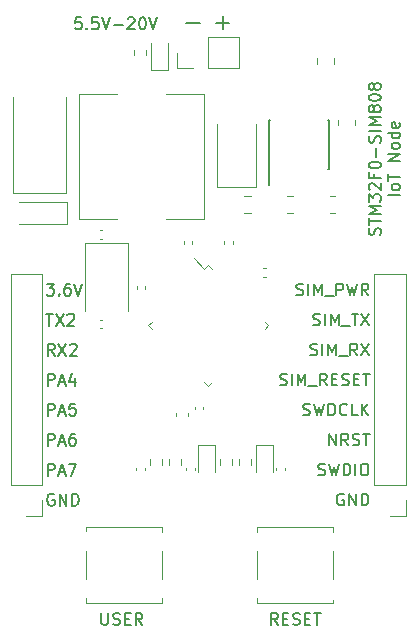
<source format=gbr>
%TF.GenerationSoftware,KiCad,Pcbnew,(6.0.8)*%
%TF.CreationDate,2022-12-02T21:09:01+01:00*%
%TF.ProjectId,mcudev,6d637564-6576-42e6-9b69-6361645f7063,rev?*%
%TF.SameCoordinates,Original*%
%TF.FileFunction,Legend,Top*%
%TF.FilePolarity,Positive*%
%FSLAX46Y46*%
G04 Gerber Fmt 4.6, Leading zero omitted, Abs format (unit mm)*
G04 Created by KiCad (PCBNEW (6.0.8)) date 2022-12-02 21:09:01*
%MOMM*%
%LPD*%
G01*
G04 APERTURE LIST*
%ADD10C,0.150000*%
%ADD11C,0.200000*%
%ADD12C,0.120000*%
G04 APERTURE END LIST*
D10*
X126914286Y-88132380D02*
X126914286Y-87132380D01*
X127295238Y-87132380D01*
X127390476Y-87180000D01*
X127438095Y-87227619D01*
X127485714Y-87322857D01*
X127485714Y-87465714D01*
X127438095Y-87560952D01*
X127390476Y-87608571D01*
X127295238Y-87656190D01*
X126914286Y-87656190D01*
X127866667Y-87846666D02*
X128342857Y-87846666D01*
X127771429Y-88132380D02*
X128104762Y-87132380D01*
X128438095Y-88132380D01*
X129247619Y-87132380D02*
X128771429Y-87132380D01*
X128723810Y-87608571D01*
X128771429Y-87560952D01*
X128866667Y-87513333D01*
X129104762Y-87513333D01*
X129200000Y-87560952D01*
X129247619Y-87608571D01*
X129295238Y-87703809D01*
X129295238Y-87941904D01*
X129247619Y-88037142D01*
X129200000Y-88084761D01*
X129104762Y-88132380D01*
X128866667Y-88132380D01*
X128771429Y-88084761D01*
X128723810Y-88037142D01*
D11*
X138626464Y-54867142D02*
X139769321Y-54867142D01*
D10*
X126914286Y-93212380D02*
X126914286Y-92212380D01*
X127295238Y-92212380D01*
X127390476Y-92260000D01*
X127438095Y-92307619D01*
X127485714Y-92402857D01*
X127485714Y-92545714D01*
X127438095Y-92640952D01*
X127390476Y-92688571D01*
X127295238Y-92736190D01*
X126914286Y-92736190D01*
X127866667Y-92926666D02*
X128342857Y-92926666D01*
X127771429Y-93212380D02*
X128104762Y-92212380D01*
X128438095Y-93212380D01*
X128676191Y-92212380D02*
X129342857Y-92212380D01*
X128914286Y-93212380D01*
X127438095Y-94800000D02*
X127342857Y-94752380D01*
X127200000Y-94752380D01*
X127057142Y-94800000D01*
X126961904Y-94895238D01*
X126914285Y-94990476D01*
X126866666Y-95180952D01*
X126866666Y-95323809D01*
X126914285Y-95514285D01*
X126961904Y-95609523D01*
X127057142Y-95704761D01*
X127200000Y-95752380D01*
X127295238Y-95752380D01*
X127438095Y-95704761D01*
X127485714Y-95657142D01*
X127485714Y-95323809D01*
X127295238Y-95323809D01*
X127914285Y-95752380D02*
X127914285Y-94752380D01*
X128485714Y-95752380D01*
X128485714Y-94752380D01*
X128961904Y-95752380D02*
X128961904Y-94752380D01*
X129200000Y-94752380D01*
X129342857Y-94800000D01*
X129438095Y-94895238D01*
X129485714Y-94990476D01*
X129533333Y-95180952D01*
X129533333Y-95323809D01*
X129485714Y-95514285D01*
X129438095Y-95609523D01*
X129342857Y-95704761D01*
X129200000Y-95752380D01*
X128961904Y-95752380D01*
X155049761Y-72828571D02*
X155097380Y-72685714D01*
X155097380Y-72447619D01*
X155049761Y-72352380D01*
X155002142Y-72304761D01*
X154906904Y-72257142D01*
X154811666Y-72257142D01*
X154716428Y-72304761D01*
X154668809Y-72352380D01*
X154621190Y-72447619D01*
X154573571Y-72638095D01*
X154525952Y-72733333D01*
X154478333Y-72780952D01*
X154383095Y-72828571D01*
X154287857Y-72828571D01*
X154192619Y-72780952D01*
X154145000Y-72733333D01*
X154097380Y-72638095D01*
X154097380Y-72400000D01*
X154145000Y-72257142D01*
X154097380Y-71971428D02*
X154097380Y-71400000D01*
X155097380Y-71685714D02*
X154097380Y-71685714D01*
X155097380Y-71066666D02*
X154097380Y-71066666D01*
X154811666Y-70733333D01*
X154097380Y-70400000D01*
X155097380Y-70400000D01*
X154097380Y-70019047D02*
X154097380Y-69400000D01*
X154478333Y-69733333D01*
X154478333Y-69590476D01*
X154525952Y-69495238D01*
X154573571Y-69447619D01*
X154668809Y-69400000D01*
X154906904Y-69400000D01*
X155002142Y-69447619D01*
X155049761Y-69495238D01*
X155097380Y-69590476D01*
X155097380Y-69876190D01*
X155049761Y-69971428D01*
X155002142Y-70019047D01*
X154192619Y-69019047D02*
X154145000Y-68971428D01*
X154097380Y-68876190D01*
X154097380Y-68638095D01*
X154145000Y-68542857D01*
X154192619Y-68495238D01*
X154287857Y-68447619D01*
X154383095Y-68447619D01*
X154525952Y-68495238D01*
X155097380Y-69066666D01*
X155097380Y-68447619D01*
X154573571Y-67685714D02*
X154573571Y-68019047D01*
X155097380Y-68019047D02*
X154097380Y-68019047D01*
X154097380Y-67542857D01*
X154097380Y-66971428D02*
X154097380Y-66876190D01*
X154145000Y-66780952D01*
X154192619Y-66733333D01*
X154287857Y-66685714D01*
X154478333Y-66638095D01*
X154716428Y-66638095D01*
X154906904Y-66685714D01*
X155002142Y-66733333D01*
X155049761Y-66780952D01*
X155097380Y-66876190D01*
X155097380Y-66971428D01*
X155049761Y-67066666D01*
X155002142Y-67114285D01*
X154906904Y-67161904D01*
X154716428Y-67209523D01*
X154478333Y-67209523D01*
X154287857Y-67161904D01*
X154192619Y-67114285D01*
X154145000Y-67066666D01*
X154097380Y-66971428D01*
X154716428Y-66209523D02*
X154716428Y-65447619D01*
X155049761Y-65019047D02*
X155097380Y-64876190D01*
X155097380Y-64638095D01*
X155049761Y-64542857D01*
X155002142Y-64495238D01*
X154906904Y-64447619D01*
X154811666Y-64447619D01*
X154716428Y-64495238D01*
X154668809Y-64542857D01*
X154621190Y-64638095D01*
X154573571Y-64828571D01*
X154525952Y-64923809D01*
X154478333Y-64971428D01*
X154383095Y-65019047D01*
X154287857Y-65019047D01*
X154192619Y-64971428D01*
X154145000Y-64923809D01*
X154097380Y-64828571D01*
X154097380Y-64590476D01*
X154145000Y-64447619D01*
X155097380Y-64019047D02*
X154097380Y-64019047D01*
X155097380Y-63542857D02*
X154097380Y-63542857D01*
X154811666Y-63209523D01*
X154097380Y-62876190D01*
X155097380Y-62876190D01*
X154525952Y-62257142D02*
X154478333Y-62352380D01*
X154430714Y-62400000D01*
X154335476Y-62447619D01*
X154287857Y-62447619D01*
X154192619Y-62400000D01*
X154145000Y-62352380D01*
X154097380Y-62257142D01*
X154097380Y-62066666D01*
X154145000Y-61971428D01*
X154192619Y-61923809D01*
X154287857Y-61876190D01*
X154335476Y-61876190D01*
X154430714Y-61923809D01*
X154478333Y-61971428D01*
X154525952Y-62066666D01*
X154525952Y-62257142D01*
X154573571Y-62352380D01*
X154621190Y-62400000D01*
X154716428Y-62447619D01*
X154906904Y-62447619D01*
X155002142Y-62400000D01*
X155049761Y-62352380D01*
X155097380Y-62257142D01*
X155097380Y-62066666D01*
X155049761Y-61971428D01*
X155002142Y-61923809D01*
X154906904Y-61876190D01*
X154716428Y-61876190D01*
X154621190Y-61923809D01*
X154573571Y-61971428D01*
X154525952Y-62066666D01*
X154097380Y-61257142D02*
X154097380Y-61161904D01*
X154145000Y-61066666D01*
X154192619Y-61019047D01*
X154287857Y-60971428D01*
X154478333Y-60923809D01*
X154716428Y-60923809D01*
X154906904Y-60971428D01*
X155002142Y-61019047D01*
X155049761Y-61066666D01*
X155097380Y-61161904D01*
X155097380Y-61257142D01*
X155049761Y-61352380D01*
X155002142Y-61400000D01*
X154906904Y-61447619D01*
X154716428Y-61495238D01*
X154478333Y-61495238D01*
X154287857Y-61447619D01*
X154192619Y-61400000D01*
X154145000Y-61352380D01*
X154097380Y-61257142D01*
X154525952Y-60352380D02*
X154478333Y-60447619D01*
X154430714Y-60495238D01*
X154335476Y-60542857D01*
X154287857Y-60542857D01*
X154192619Y-60495238D01*
X154145000Y-60447619D01*
X154097380Y-60352380D01*
X154097380Y-60161904D01*
X154145000Y-60066666D01*
X154192619Y-60019047D01*
X154287857Y-59971428D01*
X154335476Y-59971428D01*
X154430714Y-60019047D01*
X154478333Y-60066666D01*
X154525952Y-60161904D01*
X154525952Y-60352380D01*
X154573571Y-60447619D01*
X154621190Y-60495238D01*
X154716428Y-60542857D01*
X154906904Y-60542857D01*
X155002142Y-60495238D01*
X155049761Y-60447619D01*
X155097380Y-60352380D01*
X155097380Y-60161904D01*
X155049761Y-60066666D01*
X155002142Y-60019047D01*
X154906904Y-59971428D01*
X154716428Y-59971428D01*
X154621190Y-60019047D01*
X154573571Y-60066666D01*
X154525952Y-60161904D01*
X156707380Y-69471428D02*
X155707380Y-69471428D01*
X156707380Y-68852380D02*
X156659761Y-68947619D01*
X156612142Y-68995238D01*
X156516904Y-69042857D01*
X156231190Y-69042857D01*
X156135952Y-68995238D01*
X156088333Y-68947619D01*
X156040714Y-68852380D01*
X156040714Y-68709523D01*
X156088333Y-68614285D01*
X156135952Y-68566666D01*
X156231190Y-68519047D01*
X156516904Y-68519047D01*
X156612142Y-68566666D01*
X156659761Y-68614285D01*
X156707380Y-68709523D01*
X156707380Y-68852380D01*
X155707380Y-68233333D02*
X155707380Y-67661904D01*
X156707380Y-67947619D02*
X155707380Y-67947619D01*
X156707380Y-66566666D02*
X155707380Y-66566666D01*
X156707380Y-65995238D01*
X155707380Y-65995238D01*
X156707380Y-65376190D02*
X156659761Y-65471428D01*
X156612142Y-65519047D01*
X156516904Y-65566666D01*
X156231190Y-65566666D01*
X156135952Y-65519047D01*
X156088333Y-65471428D01*
X156040714Y-65376190D01*
X156040714Y-65233333D01*
X156088333Y-65138095D01*
X156135952Y-65090476D01*
X156231190Y-65042857D01*
X156516904Y-65042857D01*
X156612142Y-65090476D01*
X156659761Y-65138095D01*
X156707380Y-65233333D01*
X156707380Y-65376190D01*
X156707380Y-64185714D02*
X155707380Y-64185714D01*
X156659761Y-64185714D02*
X156707380Y-64280952D01*
X156707380Y-64471428D01*
X156659761Y-64566666D01*
X156612142Y-64614285D01*
X156516904Y-64661904D01*
X156231190Y-64661904D01*
X156135952Y-64614285D01*
X156088333Y-64566666D01*
X156040714Y-64471428D01*
X156040714Y-64280952D01*
X156088333Y-64185714D01*
X156659761Y-63328571D02*
X156707380Y-63423809D01*
X156707380Y-63614285D01*
X156659761Y-63709523D01*
X156564523Y-63757142D01*
X156183571Y-63757142D01*
X156088333Y-63709523D01*
X156040714Y-63614285D01*
X156040714Y-63423809D01*
X156088333Y-63328571D01*
X156183571Y-63280952D01*
X156278809Y-63280952D01*
X156374047Y-63757142D01*
X147965238Y-77904761D02*
X148108096Y-77952380D01*
X148346191Y-77952380D01*
X148441429Y-77904761D01*
X148489048Y-77857142D01*
X148536667Y-77761904D01*
X148536667Y-77666666D01*
X148489048Y-77571428D01*
X148441429Y-77523809D01*
X148346191Y-77476190D01*
X148155715Y-77428571D01*
X148060477Y-77380952D01*
X148012858Y-77333333D01*
X147965238Y-77238095D01*
X147965238Y-77142857D01*
X148012858Y-77047619D01*
X148060477Y-77000000D01*
X148155715Y-76952380D01*
X148393810Y-76952380D01*
X148536667Y-77000000D01*
X148965238Y-77952380D02*
X148965238Y-76952380D01*
X149441429Y-77952380D02*
X149441429Y-76952380D01*
X149774762Y-77666666D01*
X150108096Y-76952380D01*
X150108096Y-77952380D01*
X150346191Y-78047619D02*
X151108096Y-78047619D01*
X151346191Y-77952380D02*
X151346191Y-76952380D01*
X151727143Y-76952380D01*
X151822381Y-77000000D01*
X151870000Y-77047619D01*
X151917619Y-77142857D01*
X151917619Y-77285714D01*
X151870000Y-77380952D01*
X151822381Y-77428571D01*
X151727143Y-77476190D01*
X151346191Y-77476190D01*
X152250953Y-76952380D02*
X152489048Y-77952380D01*
X152679524Y-77238095D01*
X152870000Y-77952380D01*
X153108096Y-76952380D01*
X154060477Y-77952380D02*
X153727143Y-77476190D01*
X153489048Y-77952380D02*
X153489048Y-76952380D01*
X153870000Y-76952380D01*
X153965238Y-77000000D01*
X154012858Y-77047619D01*
X154060477Y-77142857D01*
X154060477Y-77285714D01*
X154012858Y-77380952D01*
X153965238Y-77428571D01*
X153870000Y-77476190D01*
X153489048Y-77476190D01*
X146584285Y-85524761D02*
X146727142Y-85572380D01*
X146965238Y-85572380D01*
X147060476Y-85524761D01*
X147108095Y-85477142D01*
X147155714Y-85381904D01*
X147155714Y-85286666D01*
X147108095Y-85191428D01*
X147060476Y-85143809D01*
X146965238Y-85096190D01*
X146774761Y-85048571D01*
X146679523Y-85000952D01*
X146631904Y-84953333D01*
X146584285Y-84858095D01*
X146584285Y-84762857D01*
X146631904Y-84667619D01*
X146679523Y-84620000D01*
X146774761Y-84572380D01*
X147012857Y-84572380D01*
X147155714Y-84620000D01*
X147584285Y-85572380D02*
X147584285Y-84572380D01*
X148060476Y-85572380D02*
X148060476Y-84572380D01*
X148393809Y-85286666D01*
X148727142Y-84572380D01*
X148727142Y-85572380D01*
X148965238Y-85667619D02*
X149727142Y-85667619D01*
X150536666Y-85572380D02*
X150203333Y-85096190D01*
X149965238Y-85572380D02*
X149965238Y-84572380D01*
X150346190Y-84572380D01*
X150441428Y-84620000D01*
X150489047Y-84667619D01*
X150536666Y-84762857D01*
X150536666Y-84905714D01*
X150489047Y-85000952D01*
X150441428Y-85048571D01*
X150346190Y-85096190D01*
X149965238Y-85096190D01*
X150965238Y-85048571D02*
X151298571Y-85048571D01*
X151441428Y-85572380D02*
X150965238Y-85572380D01*
X150965238Y-84572380D01*
X151441428Y-84572380D01*
X151822381Y-85524761D02*
X151965238Y-85572380D01*
X152203333Y-85572380D01*
X152298571Y-85524761D01*
X152346190Y-85477142D01*
X152393809Y-85381904D01*
X152393809Y-85286666D01*
X152346190Y-85191428D01*
X152298571Y-85143809D01*
X152203333Y-85096190D01*
X152012857Y-85048571D01*
X151917619Y-85000952D01*
X151870000Y-84953333D01*
X151822381Y-84858095D01*
X151822381Y-84762857D01*
X151870000Y-84667619D01*
X151917619Y-84620000D01*
X152012857Y-84572380D01*
X152250952Y-84572380D01*
X152393809Y-84620000D01*
X152822381Y-85048571D02*
X153155714Y-85048571D01*
X153298571Y-85572380D02*
X152822381Y-85572380D01*
X152822381Y-84572380D01*
X153298571Y-84572380D01*
X153584285Y-84572380D02*
X154155714Y-84572380D01*
X153870000Y-85572380D02*
X153870000Y-84572380D01*
X149393809Y-80444761D02*
X149536666Y-80492380D01*
X149774762Y-80492380D01*
X149870000Y-80444761D01*
X149917619Y-80397142D01*
X149965238Y-80301904D01*
X149965238Y-80206666D01*
X149917619Y-80111428D01*
X149870000Y-80063809D01*
X149774762Y-80016190D01*
X149584285Y-79968571D01*
X149489047Y-79920952D01*
X149441428Y-79873333D01*
X149393809Y-79778095D01*
X149393809Y-79682857D01*
X149441428Y-79587619D01*
X149489047Y-79540000D01*
X149584285Y-79492380D01*
X149822381Y-79492380D01*
X149965238Y-79540000D01*
X150393809Y-80492380D02*
X150393809Y-79492380D01*
X150870000Y-80492380D02*
X150870000Y-79492380D01*
X151203333Y-80206666D01*
X151536666Y-79492380D01*
X151536666Y-80492380D01*
X151774762Y-80587619D02*
X152536666Y-80587619D01*
X152631904Y-79492380D02*
X153203333Y-79492380D01*
X152917619Y-80492380D02*
X152917619Y-79492380D01*
X153441428Y-79492380D02*
X154108095Y-80492380D01*
X154108095Y-79492380D02*
X153441428Y-80492380D01*
X149155715Y-82984761D02*
X149298572Y-83032380D01*
X149536667Y-83032380D01*
X149631905Y-82984761D01*
X149679524Y-82937142D01*
X149727143Y-82841904D01*
X149727143Y-82746666D01*
X149679524Y-82651428D01*
X149631905Y-82603809D01*
X149536667Y-82556190D01*
X149346191Y-82508571D01*
X149250953Y-82460952D01*
X149203334Y-82413333D01*
X149155715Y-82318095D01*
X149155715Y-82222857D01*
X149203334Y-82127619D01*
X149250953Y-82080000D01*
X149346191Y-82032380D01*
X149584286Y-82032380D01*
X149727143Y-82080000D01*
X150155715Y-83032380D02*
X150155715Y-82032380D01*
X150631905Y-83032380D02*
X150631905Y-82032380D01*
X150965238Y-82746666D01*
X151298572Y-82032380D01*
X151298572Y-83032380D01*
X151536667Y-83127619D02*
X152298572Y-83127619D01*
X153108096Y-83032380D02*
X152774762Y-82556190D01*
X152536667Y-83032380D02*
X152536667Y-82032380D01*
X152917619Y-82032380D01*
X153012857Y-82080000D01*
X153060476Y-82127619D01*
X153108096Y-82222857D01*
X153108096Y-82365714D01*
X153060476Y-82460952D01*
X153012857Y-82508571D01*
X152917619Y-82556190D01*
X152536667Y-82556190D01*
X153441429Y-82032380D02*
X154108096Y-83032380D01*
X154108096Y-82032380D02*
X153441429Y-83032380D01*
X131444047Y-104852380D02*
X131444047Y-105661904D01*
X131491666Y-105757142D01*
X131539285Y-105804761D01*
X131634523Y-105852380D01*
X131824999Y-105852380D01*
X131920237Y-105804761D01*
X131967856Y-105757142D01*
X132015475Y-105661904D01*
X132015475Y-104852380D01*
X132444047Y-105804761D02*
X132586904Y-105852380D01*
X132824999Y-105852380D01*
X132920237Y-105804761D01*
X132967856Y-105757142D01*
X133015475Y-105661904D01*
X133015475Y-105566666D01*
X132967856Y-105471428D01*
X132920237Y-105423809D01*
X132824999Y-105376190D01*
X132634523Y-105328571D01*
X132539285Y-105280952D01*
X132491666Y-105233333D01*
X132444047Y-105138095D01*
X132444047Y-105042857D01*
X132491666Y-104947619D01*
X132539285Y-104900000D01*
X132634523Y-104852380D01*
X132872618Y-104852380D01*
X133015475Y-104900000D01*
X133444047Y-105328571D02*
X133777380Y-105328571D01*
X133920237Y-105852380D02*
X133444047Y-105852380D01*
X133444047Y-104852380D01*
X133920237Y-104852380D01*
X134920237Y-105852380D02*
X134586904Y-105376190D01*
X134348809Y-105852380D02*
X134348809Y-104852380D01*
X134729761Y-104852380D01*
X134824999Y-104900000D01*
X134872618Y-104947619D01*
X134920237Y-105042857D01*
X134920237Y-105185714D01*
X134872618Y-105280952D01*
X134824999Y-105328571D01*
X134729761Y-105376190D01*
X134348809Y-105376190D01*
X129745238Y-54422380D02*
X129269047Y-54422380D01*
X129221428Y-54898571D01*
X129269047Y-54850952D01*
X129364285Y-54803333D01*
X129602380Y-54803333D01*
X129697619Y-54850952D01*
X129745238Y-54898571D01*
X129792857Y-54993809D01*
X129792857Y-55231904D01*
X129745238Y-55327142D01*
X129697619Y-55374761D01*
X129602380Y-55422380D01*
X129364285Y-55422380D01*
X129269047Y-55374761D01*
X129221428Y-55327142D01*
X130221428Y-55327142D02*
X130269047Y-55374761D01*
X130221428Y-55422380D01*
X130173809Y-55374761D01*
X130221428Y-55327142D01*
X130221428Y-55422380D01*
X131173809Y-54422380D02*
X130697619Y-54422380D01*
X130650000Y-54898571D01*
X130697619Y-54850952D01*
X130792857Y-54803333D01*
X131030952Y-54803333D01*
X131126190Y-54850952D01*
X131173809Y-54898571D01*
X131221428Y-54993809D01*
X131221428Y-55231904D01*
X131173809Y-55327142D01*
X131126190Y-55374761D01*
X131030952Y-55422380D01*
X130792857Y-55422380D01*
X130697619Y-55374761D01*
X130650000Y-55327142D01*
X131507142Y-54422380D02*
X131840476Y-55422380D01*
X132173809Y-54422380D01*
X132507142Y-55041428D02*
X133269047Y-55041428D01*
X133697619Y-54517619D02*
X133745238Y-54470000D01*
X133840476Y-54422380D01*
X134078571Y-54422380D01*
X134173809Y-54470000D01*
X134221428Y-54517619D01*
X134269047Y-54612857D01*
X134269047Y-54708095D01*
X134221428Y-54850952D01*
X133650000Y-55422380D01*
X134269047Y-55422380D01*
X134888095Y-54422380D02*
X134983333Y-54422380D01*
X135078571Y-54470000D01*
X135126190Y-54517619D01*
X135173809Y-54612857D01*
X135221428Y-54803333D01*
X135221428Y-55041428D01*
X135173809Y-55231904D01*
X135126190Y-55327142D01*
X135078571Y-55374761D01*
X134983333Y-55422380D01*
X134888095Y-55422380D01*
X134792857Y-55374761D01*
X134745238Y-55327142D01*
X134697619Y-55231904D01*
X134650000Y-55041428D01*
X134650000Y-54803333D01*
X134697619Y-54612857D01*
X134745238Y-54517619D01*
X134792857Y-54470000D01*
X134888095Y-54422380D01*
X135507142Y-54422380D02*
X135840476Y-55422380D01*
X136173809Y-54422380D01*
X151965238Y-94780000D02*
X151870000Y-94732380D01*
X151727143Y-94732380D01*
X151584285Y-94780000D01*
X151489047Y-94875238D01*
X151441428Y-94970476D01*
X151393809Y-95160952D01*
X151393809Y-95303809D01*
X151441428Y-95494285D01*
X151489047Y-95589523D01*
X151584285Y-95684761D01*
X151727143Y-95732380D01*
X151822381Y-95732380D01*
X151965238Y-95684761D01*
X152012857Y-95637142D01*
X152012857Y-95303809D01*
X151822381Y-95303809D01*
X152441428Y-95732380D02*
X152441428Y-94732380D01*
X153012857Y-95732380D01*
X153012857Y-94732380D01*
X153489047Y-95732380D02*
X153489047Y-94732380D01*
X153727143Y-94732380D01*
X153870000Y-94780000D01*
X153965238Y-94875238D01*
X154012857Y-94970476D01*
X154060476Y-95160952D01*
X154060476Y-95303809D01*
X154012857Y-95494285D01*
X153965238Y-95589523D01*
X153870000Y-95684761D01*
X153727143Y-95732380D01*
X153489047Y-95732380D01*
X149822381Y-93144761D02*
X149965238Y-93192380D01*
X150203333Y-93192380D01*
X150298571Y-93144761D01*
X150346190Y-93097142D01*
X150393809Y-93001904D01*
X150393809Y-92906666D01*
X150346190Y-92811428D01*
X150298571Y-92763809D01*
X150203333Y-92716190D01*
X150012857Y-92668571D01*
X149917619Y-92620952D01*
X149870000Y-92573333D01*
X149822381Y-92478095D01*
X149822381Y-92382857D01*
X149870000Y-92287619D01*
X149917619Y-92240000D01*
X150012857Y-92192380D01*
X150250952Y-92192380D01*
X150393809Y-92240000D01*
X150727143Y-92192380D02*
X150965238Y-93192380D01*
X151155714Y-92478095D01*
X151346190Y-93192380D01*
X151584286Y-92192380D01*
X151965238Y-93192380D02*
X151965238Y-92192380D01*
X152203333Y-92192380D01*
X152346190Y-92240000D01*
X152441429Y-92335238D01*
X152489048Y-92430476D01*
X152536667Y-92620952D01*
X152536667Y-92763809D01*
X152489048Y-92954285D01*
X152441429Y-93049523D01*
X152346190Y-93144761D01*
X152203333Y-93192380D01*
X151965238Y-93192380D01*
X152965238Y-93192380D02*
X152965238Y-92192380D01*
X153631905Y-92192380D02*
X153822381Y-92192380D01*
X153917619Y-92240000D01*
X154012857Y-92335238D01*
X154060476Y-92525714D01*
X154060476Y-92859047D01*
X154012857Y-93049523D01*
X153917619Y-93144761D01*
X153822381Y-93192380D01*
X153631905Y-93192380D01*
X153536667Y-93144761D01*
X153441429Y-93049523D01*
X153393809Y-92859047D01*
X153393809Y-92525714D01*
X153441429Y-92335238D01*
X153536667Y-92240000D01*
X153631905Y-92192380D01*
X127485714Y-83052380D02*
X127152381Y-82576190D01*
X126914286Y-83052380D02*
X126914286Y-82052380D01*
X127295238Y-82052380D01*
X127390476Y-82100000D01*
X127438095Y-82147619D01*
X127485714Y-82242857D01*
X127485714Y-82385714D01*
X127438095Y-82480952D01*
X127390476Y-82528571D01*
X127295238Y-82576190D01*
X126914286Y-82576190D01*
X127819048Y-82052380D02*
X128485714Y-83052380D01*
X128485714Y-82052380D02*
X127819048Y-83052380D01*
X128819048Y-82147619D02*
X128866667Y-82100000D01*
X128961905Y-82052380D01*
X129200000Y-82052380D01*
X129295238Y-82100000D01*
X129342857Y-82147619D01*
X129390476Y-82242857D01*
X129390476Y-82338095D01*
X129342857Y-82480952D01*
X128771429Y-83052380D01*
X129390476Y-83052380D01*
X146389285Y-105852380D02*
X146055951Y-105376190D01*
X145817856Y-105852380D02*
X145817856Y-104852380D01*
X146198808Y-104852380D01*
X146294046Y-104900000D01*
X146341666Y-104947619D01*
X146389285Y-105042857D01*
X146389285Y-105185714D01*
X146341666Y-105280952D01*
X146294046Y-105328571D01*
X146198808Y-105376190D01*
X145817856Y-105376190D01*
X146817856Y-105328571D02*
X147151189Y-105328571D01*
X147294046Y-105852380D02*
X146817856Y-105852380D01*
X146817856Y-104852380D01*
X147294046Y-104852380D01*
X147674999Y-105804761D02*
X147817856Y-105852380D01*
X148055951Y-105852380D01*
X148151189Y-105804761D01*
X148198808Y-105757142D01*
X148246427Y-105661904D01*
X148246427Y-105566666D01*
X148198808Y-105471428D01*
X148151189Y-105423809D01*
X148055951Y-105376190D01*
X147865475Y-105328571D01*
X147770237Y-105280952D01*
X147722618Y-105233333D01*
X147674999Y-105138095D01*
X147674999Y-105042857D01*
X147722618Y-104947619D01*
X147770237Y-104900000D01*
X147865475Y-104852380D01*
X148103570Y-104852380D01*
X148246427Y-104900000D01*
X148674999Y-105328571D02*
X149008332Y-105328571D01*
X149151189Y-105852380D02*
X148674999Y-105852380D01*
X148674999Y-104852380D01*
X149151189Y-104852380D01*
X149436904Y-104852380D02*
X150008332Y-104852380D01*
X149722618Y-105852380D02*
X149722618Y-104852380D01*
D11*
X141148571Y-54860000D02*
X142291428Y-54860000D01*
X141720000Y-55393333D02*
X141720000Y-54326666D01*
D10*
X126823809Y-76972380D02*
X127442857Y-76972380D01*
X127109523Y-77353333D01*
X127252380Y-77353333D01*
X127347619Y-77400952D01*
X127395238Y-77448571D01*
X127442857Y-77543809D01*
X127442857Y-77781904D01*
X127395238Y-77877142D01*
X127347619Y-77924761D01*
X127252380Y-77972380D01*
X126966666Y-77972380D01*
X126871428Y-77924761D01*
X126823809Y-77877142D01*
X127871428Y-77877142D02*
X127919047Y-77924761D01*
X127871428Y-77972380D01*
X127823809Y-77924761D01*
X127871428Y-77877142D01*
X127871428Y-77972380D01*
X128776190Y-76972380D02*
X128585714Y-76972380D01*
X128490476Y-77020000D01*
X128442857Y-77067619D01*
X128347619Y-77210476D01*
X128300000Y-77400952D01*
X128300000Y-77781904D01*
X128347619Y-77877142D01*
X128395238Y-77924761D01*
X128490476Y-77972380D01*
X128680952Y-77972380D01*
X128776190Y-77924761D01*
X128823809Y-77877142D01*
X128871428Y-77781904D01*
X128871428Y-77543809D01*
X128823809Y-77448571D01*
X128776190Y-77400952D01*
X128680952Y-77353333D01*
X128490476Y-77353333D01*
X128395238Y-77400952D01*
X128347619Y-77448571D01*
X128300000Y-77543809D01*
X129157142Y-76972380D02*
X129490476Y-77972380D01*
X129823809Y-76972380D01*
X148536667Y-88064761D02*
X148679524Y-88112380D01*
X148917619Y-88112380D01*
X149012857Y-88064761D01*
X149060476Y-88017142D01*
X149108095Y-87921904D01*
X149108095Y-87826666D01*
X149060476Y-87731428D01*
X149012857Y-87683809D01*
X148917619Y-87636190D01*
X148727143Y-87588571D01*
X148631905Y-87540952D01*
X148584286Y-87493333D01*
X148536667Y-87398095D01*
X148536667Y-87302857D01*
X148584286Y-87207619D01*
X148631905Y-87160000D01*
X148727143Y-87112380D01*
X148965238Y-87112380D01*
X149108095Y-87160000D01*
X149441429Y-87112380D02*
X149679524Y-88112380D01*
X149870000Y-87398095D01*
X150060476Y-88112380D01*
X150298572Y-87112380D01*
X150679524Y-88112380D02*
X150679524Y-87112380D01*
X150917619Y-87112380D01*
X151060476Y-87160000D01*
X151155714Y-87255238D01*
X151203333Y-87350476D01*
X151250952Y-87540952D01*
X151250952Y-87683809D01*
X151203333Y-87874285D01*
X151155714Y-87969523D01*
X151060476Y-88064761D01*
X150917619Y-88112380D01*
X150679524Y-88112380D01*
X152250952Y-88017142D02*
X152203333Y-88064761D01*
X152060476Y-88112380D01*
X151965238Y-88112380D01*
X151822381Y-88064761D01*
X151727143Y-87969523D01*
X151679524Y-87874285D01*
X151631905Y-87683809D01*
X151631905Y-87540952D01*
X151679524Y-87350476D01*
X151727143Y-87255238D01*
X151822381Y-87160000D01*
X151965238Y-87112380D01*
X152060476Y-87112380D01*
X152203333Y-87160000D01*
X152250952Y-87207619D01*
X153155714Y-88112380D02*
X152679524Y-88112380D01*
X152679524Y-87112380D01*
X153489048Y-88112380D02*
X153489048Y-87112380D01*
X154060476Y-88112380D02*
X153631905Y-87540952D01*
X154060476Y-87112380D02*
X153489048Y-87683809D01*
X126771428Y-79512380D02*
X127342857Y-79512380D01*
X127057143Y-80512380D02*
X127057143Y-79512380D01*
X127580952Y-79512380D02*
X128247619Y-80512380D01*
X128247619Y-79512380D02*
X127580952Y-80512380D01*
X128580952Y-79607619D02*
X128628571Y-79560000D01*
X128723809Y-79512380D01*
X128961904Y-79512380D01*
X129057143Y-79560000D01*
X129104762Y-79607619D01*
X129152381Y-79702857D01*
X129152381Y-79798095D01*
X129104762Y-79940952D01*
X128533333Y-80512380D01*
X129152381Y-80512380D01*
X126914286Y-85592380D02*
X126914286Y-84592380D01*
X127295238Y-84592380D01*
X127390476Y-84640000D01*
X127438095Y-84687619D01*
X127485714Y-84782857D01*
X127485714Y-84925714D01*
X127438095Y-85020952D01*
X127390476Y-85068571D01*
X127295238Y-85116190D01*
X126914286Y-85116190D01*
X127866667Y-85306666D02*
X128342857Y-85306666D01*
X127771429Y-85592380D02*
X128104762Y-84592380D01*
X128438095Y-85592380D01*
X129200000Y-84925714D02*
X129200000Y-85592380D01*
X128961905Y-84544761D02*
X128723810Y-85259047D01*
X129342857Y-85259047D01*
X126914286Y-90672380D02*
X126914286Y-89672380D01*
X127295238Y-89672380D01*
X127390476Y-89720000D01*
X127438095Y-89767619D01*
X127485714Y-89862857D01*
X127485714Y-90005714D01*
X127438095Y-90100952D01*
X127390476Y-90148571D01*
X127295238Y-90196190D01*
X126914286Y-90196190D01*
X127866667Y-90386666D02*
X128342857Y-90386666D01*
X127771429Y-90672380D02*
X128104762Y-89672380D01*
X128438095Y-90672380D01*
X129200000Y-89672380D02*
X129009524Y-89672380D01*
X128914286Y-89720000D01*
X128866667Y-89767619D01*
X128771429Y-89910476D01*
X128723810Y-90100952D01*
X128723810Y-90481904D01*
X128771429Y-90577142D01*
X128819048Y-90624761D01*
X128914286Y-90672380D01*
X129104762Y-90672380D01*
X129200000Y-90624761D01*
X129247619Y-90577142D01*
X129295238Y-90481904D01*
X129295238Y-90243809D01*
X129247619Y-90148571D01*
X129200000Y-90100952D01*
X129104762Y-90053333D01*
X128914286Y-90053333D01*
X128819048Y-90100952D01*
X128771429Y-90148571D01*
X128723810Y-90243809D01*
X150727142Y-90652380D02*
X150727142Y-89652380D01*
X151298571Y-90652380D01*
X151298571Y-89652380D01*
X152346190Y-90652380D02*
X152012857Y-90176190D01*
X151774761Y-90652380D02*
X151774761Y-89652380D01*
X152155714Y-89652380D01*
X152250952Y-89700000D01*
X152298571Y-89747619D01*
X152346190Y-89842857D01*
X152346190Y-89985714D01*
X152298571Y-90080952D01*
X152250952Y-90128571D01*
X152155714Y-90176190D01*
X151774761Y-90176190D01*
X152727142Y-90604761D02*
X152870000Y-90652380D01*
X153108095Y-90652380D01*
X153203333Y-90604761D01*
X153250952Y-90557142D01*
X153298571Y-90461904D01*
X153298571Y-90366666D01*
X153250952Y-90271428D01*
X153203333Y-90223809D01*
X153108095Y-90176190D01*
X152917619Y-90128571D01*
X152822380Y-90080952D01*
X152774761Y-90033333D01*
X152727142Y-89938095D01*
X152727142Y-89842857D01*
X152774761Y-89747619D01*
X152822380Y-89700000D01*
X152917619Y-89652380D01*
X153155714Y-89652380D01*
X153298571Y-89700000D01*
X153584285Y-89652380D02*
X154155714Y-89652380D01*
X153870000Y-90652380D02*
X153870000Y-89652380D01*
D12*
%TO.C,U1*%
X137790000Y-87909420D02*
X137790000Y-88190580D01*
X138810000Y-87909420D02*
X138810000Y-88190580D01*
%TO.C,R6*%
X136610000Y-91852742D02*
X136610000Y-92327258D01*
X135565000Y-91852742D02*
X135565000Y-92327258D01*
%TO.C,L1*%
X140163333Y-71500000D02*
X136963333Y-71500000D01*
X129563333Y-60900000D02*
X132763333Y-60900000D01*
X132763333Y-71500000D02*
X129563333Y-71500000D01*
X136963333Y-60900000D02*
X140163333Y-60900000D01*
X140163333Y-60900000D02*
X140163333Y-71500000D01*
X129563333Y-71500000D02*
X129563333Y-60900000D01*
%TO.C,SW1*%
X151051666Y-104010000D02*
X151051666Y-103730000D01*
X144631666Y-99600000D02*
X144631666Y-102000000D01*
X151051666Y-97590000D02*
X144631666Y-97590000D01*
X144631666Y-103600000D02*
X144631666Y-104010000D01*
X151051666Y-98000000D02*
X151051666Y-97590000D01*
X144631666Y-97590000D02*
X144631666Y-98000000D01*
X151051666Y-102000000D02*
X151051666Y-99600000D01*
X144631666Y-104010000D02*
X151051666Y-104010000D01*
%TO.C,U11*%
X138652500Y-92767836D02*
X138652500Y-92552164D01*
X139372500Y-92767836D02*
X139372500Y-92552164D01*
%TO.C,R10*%
X150780436Y-69535000D02*
X151234564Y-69535000D01*
X150780436Y-71005000D02*
X151234564Y-71005000D01*
%TO.C,SW2*%
X136580000Y-104020000D02*
X136580000Y-103610000D01*
X136580000Y-98010000D02*
X136580000Y-97600000D01*
X130160000Y-104020000D02*
X136580000Y-104020000D01*
X136580000Y-102010000D02*
X136580000Y-99610000D01*
X130160000Y-103610000D02*
X130160000Y-104020000D01*
X136580000Y-97600000D02*
X130160000Y-97600000D01*
X130160000Y-97600000D02*
X130160000Y-97880000D01*
X130160000Y-99610000D02*
X130160000Y-102010000D01*
%TO.C,R1*%
X144137500Y-91852742D02*
X144137500Y-92327258D01*
X143092500Y-91852742D02*
X143092500Y-92327258D01*
%TO.C,R2*%
X142540000Y-91852742D02*
X142540000Y-92327258D01*
X141495000Y-91852742D02*
X141495000Y-92327258D01*
%TO.C,J1*%
X157230000Y-95300000D02*
X157230000Y-96630000D01*
X157230000Y-76190000D02*
X154570000Y-76190000D01*
X157230000Y-96630000D02*
X155900000Y-96630000D01*
X154570000Y-94030000D02*
X154570000Y-76190000D01*
X157230000Y-94030000D02*
X157230000Y-76190000D01*
X157230000Y-94030000D02*
X154570000Y-94030000D01*
%TO.C,U8*%
X131527836Y-72440000D02*
X131312164Y-72440000D01*
X131527836Y-73160000D02*
X131312164Y-73160000D01*
%TO.C,U7*%
X133700000Y-73550000D02*
X130100000Y-73550000D01*
X133700000Y-79300000D02*
X133700000Y-73550000D01*
X130100000Y-73550000D02*
X130100000Y-79300000D01*
%TO.C,J2*%
X126430000Y-94030000D02*
X123770000Y-94030000D01*
X123770000Y-94030000D02*
X123770000Y-76190000D01*
X126430000Y-95300000D02*
X126430000Y-96630000D01*
X126430000Y-76190000D02*
X123770000Y-76190000D01*
X126430000Y-96630000D02*
X125100000Y-96630000D01*
X126430000Y-94030000D02*
X126430000Y-76190000D01*
%TO.C,U6*%
X146980000Y-92767836D02*
X146980000Y-92552164D01*
X146260000Y-92767836D02*
X146260000Y-92552164D01*
%TO.C,R9*%
X147200019Y-69535000D02*
X147654147Y-69535000D01*
X147200019Y-71005000D02*
X147654147Y-71005000D01*
%TO.C,D3*%
X141226666Y-68810000D02*
X141226666Y-63410000D01*
X144526666Y-68810000D02*
X144526666Y-63410000D01*
X141226666Y-68810000D02*
X144526666Y-68810000D01*
%TO.C,U3*%
X135160000Y-77407836D02*
X135160000Y-77192164D01*
X134440000Y-77407836D02*
X134440000Y-77192164D01*
%TO.C,R7*%
X138207500Y-92327258D02*
X138207500Y-91852742D01*
X137162500Y-92327258D02*
X137162500Y-91852742D01*
%TO.C,R8*%
X135222500Y-57637258D02*
X135222500Y-57162742D01*
X134177500Y-57637258D02*
X134177500Y-57162742D01*
%TO.C,U2*%
X141840000Y-73607836D02*
X141840000Y-73392164D01*
X142560000Y-73607836D02*
X142560000Y-73392164D01*
%TO.C,R3*%
X145413641Y-75680000D02*
X145106359Y-75680000D01*
X145413641Y-76440000D02*
X145106359Y-76440000D01*
%TO.C,U15*%
X151165000Y-57848748D02*
X151165000Y-58371252D01*
X149695000Y-57848748D02*
X149695000Y-58371252D01*
%TO.C,R11*%
X152925000Y-63557064D02*
X152925000Y-63102936D01*
X151455000Y-63557064D02*
X151455000Y-63102936D01*
%TO.C,U5*%
X138440000Y-73607836D02*
X138440000Y-73392164D01*
X139160000Y-73607836D02*
X139160000Y-73392164D01*
%TO.C,U12*%
X135120000Y-92552164D02*
X135120000Y-92767836D01*
X134400000Y-92552164D02*
X134400000Y-92767836D01*
%TO.C,C1*%
X123940000Y-61200000D02*
X123940000Y-69260000D01*
X123940000Y-69260000D02*
X128460000Y-69260000D01*
X128460000Y-69260000D02*
X128460000Y-61200000D01*
%TO.C,STM32F30*%
X135387582Y-80500000D02*
X135705780Y-80181802D01*
X140811091Y-75712887D02*
X140492893Y-75394689D01*
X140174695Y-85287113D02*
X140492893Y-85605311D01*
X140174695Y-75712887D02*
X139262527Y-74800719D01*
X145280006Y-80181802D02*
X145598204Y-80500000D01*
X135705780Y-80818198D02*
X135387582Y-80500000D01*
X140492893Y-85605311D02*
X140811091Y-85287113D01*
X145598204Y-80500000D02*
X145280006Y-80818198D01*
X140492893Y-75394689D02*
X140174695Y-75712887D01*
D10*
%TO.C,U14*%
X150765000Y-63075000D02*
X150620000Y-63075000D01*
X145665000Y-67225000D02*
X145665000Y-68625000D01*
X145615000Y-67225000D02*
X145615000Y-63075000D01*
X150765000Y-67225000D02*
X150765000Y-63075000D01*
X145615000Y-67225000D02*
X145665000Y-67225000D01*
X150765000Y-67225000D02*
X150620000Y-67225000D01*
X145615000Y-63075000D02*
X145760000Y-63075000D01*
D12*
%TO.C,J4*%
X137887893Y-58730000D02*
X137887893Y-57400000D01*
X140487893Y-58730000D02*
X143087893Y-58730000D01*
X140487893Y-56070000D02*
X143087893Y-56070000D01*
X143087893Y-58730000D02*
X143087893Y-56070000D01*
X139217893Y-58730000D02*
X137887893Y-58730000D01*
X140487893Y-58730000D02*
X140487893Y-56070000D01*
%TO.C,D4*%
X137135000Y-58865000D02*
X137135000Y-56580000D01*
X135665000Y-58865000D02*
X137135000Y-58865000D01*
X135665000Y-56580000D02*
X135665000Y-58865000D01*
%TO.C,U4*%
X139340000Y-87392164D02*
X139340000Y-87607836D01*
X140060000Y-87392164D02*
X140060000Y-87607836D01*
%TO.C,D5*%
X128535000Y-71915000D02*
X124465000Y-71915000D01*
X128535000Y-70035000D02*
X124475000Y-70035000D01*
X128535000Y-71915000D02*
X128535000Y-70035000D01*
%TO.C,D2*%
X139645000Y-90605000D02*
X139645000Y-92890000D01*
X141115000Y-92890000D02*
X141115000Y-90605000D01*
X141115000Y-90605000D02*
X139645000Y-90605000D01*
%TO.C,U9*%
X131527836Y-80760000D02*
X131312164Y-80760000D01*
X131527836Y-80040000D02*
X131312164Y-80040000D01*
%TO.C,D1*%
X145987500Y-92890000D02*
X145987500Y-90605000D01*
X145987500Y-90605000D02*
X144517500Y-90605000D01*
X144517500Y-90605000D02*
X144517500Y-92890000D01*
%TO.C,U13*%
X144087918Y-69505000D02*
X143565414Y-69505000D01*
X144087918Y-70975000D02*
X143565414Y-70975000D01*
%TD*%
M02*

</source>
